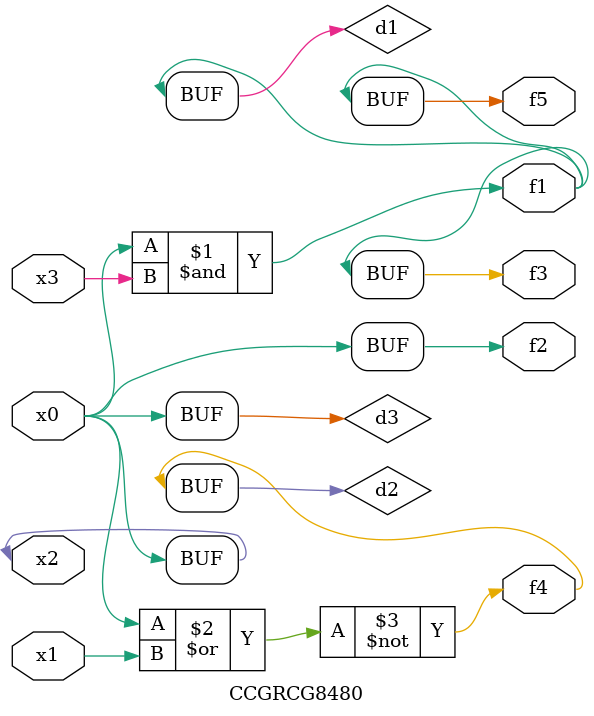
<source format=v>
module CCGRCG8480(
	input x0, x1, x2, x3,
	output f1, f2, f3, f4, f5
);

	wire d1, d2, d3;

	and (d1, x2, x3);
	nor (d2, x0, x1);
	buf (d3, x0, x2);
	assign f1 = d1;
	assign f2 = d3;
	assign f3 = d1;
	assign f4 = d2;
	assign f5 = d1;
endmodule

</source>
